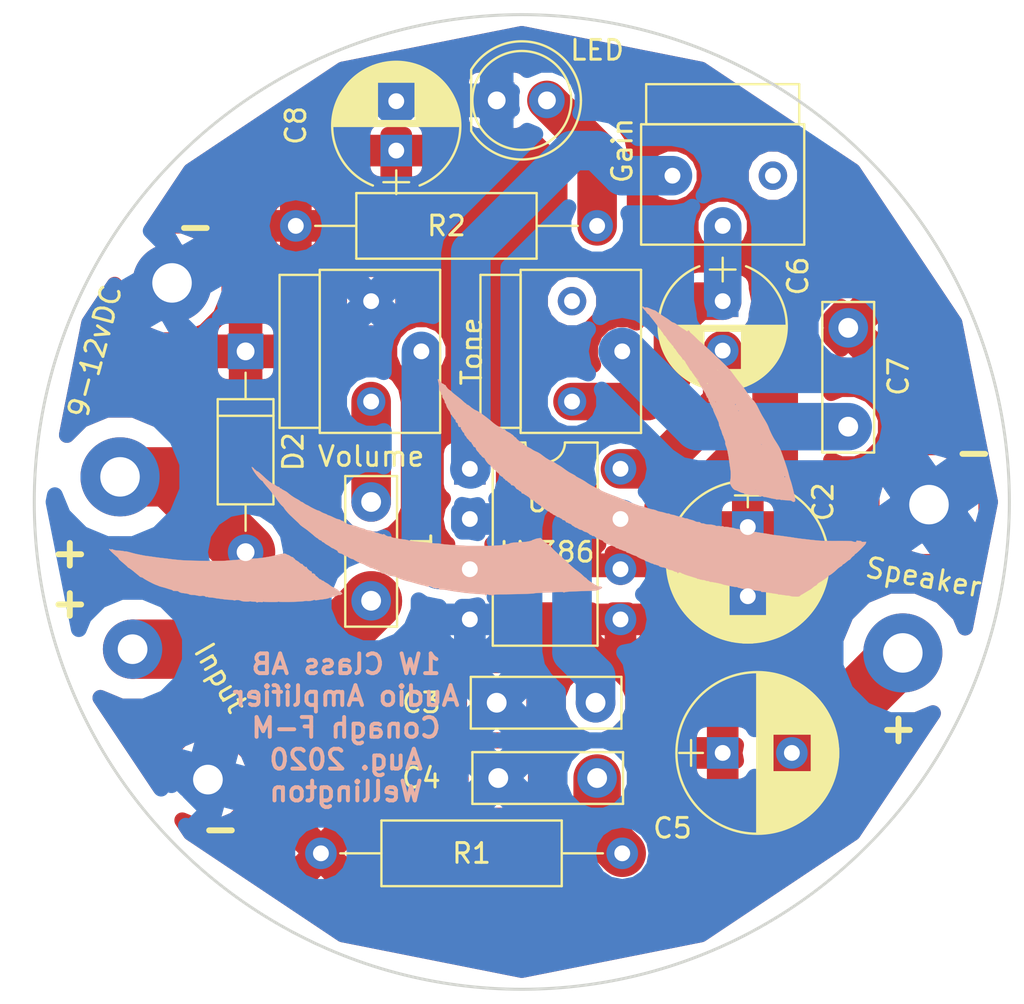
<source format=kicad_pcb>
(kicad_pcb (version 4) (host pcbnew 4.0.7)
  (layers (0 F.Cu signal) (31 B.Cu signal) (34 B.Paste user) (35 F.Paste user) (36 B.SilkS user) (37 F.SilkS user) (38 B.Mask user) (39 F.Mask user) (44 Edge.Cuts user))
  (net 0 "")
  (net 1 "Net-(C1-Pad1)")
  (net 2 "Net-(C1-Pad2)")
  (net 3 GND)
  (net 4 "Net-(C3-Pad2)")
  (net 5 "Net-(C4-Pad1)")
  (net 6 "Net-(C5-Pad1)")
  (net 7 "Net-(C5-Pad2)")
  (net 8 "Net-(D1-Pad2)")
  (net 9 "Net-(C6-Pad2)")
  (net 10 "Net-(C6-Pad1)")
  (net 11 "Net-(C7-Pad1)")
  (net 12 "Net-(Gain1-Pad3)")
  (net 13 "Net-(Gain1-Pad1)")
  (net 14 "Net-(Tone1-Pad3)")
  (net 15 "Net-(U1-Pad3)")
  (net 16 "Net-(BT1-Pad1)")
  (net 17 "Net-(C2-Pad1)")
  (module JamJar:Logo_45mm (layer B.Cu) (at 120.65 73.66 180)
    (fp_text reference G*** hide)
    (fp_text value LOGO hide)
  )
  (module Potentiometers:Potentiometer_Trimmer_Bourns_3339S_Vertical (layer F.Cu) (at 124.46 69.85 180)
    (fp_text reference Tone (at 5.08 2.54 270) (layer F.SilkS))
    (fp_text value 10k)
    (pad 3 thru_hole circle (at 0 5.08 180) (size 1.44 1.44) (drill 0.8) (layers *.Cu *.Mask) (net 14 "Net-(Tone1-Pad3)"))
    (pad 2 thru_hole circle (at -2.54 2.54 180) (size 1.44 1.44) (drill 0.8) (layers *.Cu *.Mask) (net 11 "Net-(C7-Pad1)"))
    (pad 1 thru_hole circle (at 0 0 180) (size 1.44 1.44) (drill 0.8) (layers *.Cu *.Mask) (net 10 "Net-(C6-Pad1)"))
  )
  (module Wire_Connections_Bridges:WireConnection_1.50mmDrill (layer F.Cu) (at 101.6 81.28 300)
    (fp_text reference J1)
    (fp_text value Input (at 4.739705 -3.129409 300) (layer F.SilkS))
    (pad 1 thru_hole circle (at 1.27 0 300) (size 2.99974 2.99974) (drill 1.50114) (layers *.Cu *.Mask) (net 2 "Net-(C1-Pad2)"))
    (pad 2 thru_hole circle (at 8.89 0 300) (size 2.99974 2.99974) (drill 1.50114) (layers *.Cu *.Mask) (net 3 GND))
  )
  (module Wire_Connections_Bridges:WireConnection_2.00mmDrill (layer F.Cu) (at 140.97 83.82 80)
    (fp_text reference LS1 hide)
    (fp_text value Speaker (at 5.223357 0.368573 170) (layer F.SilkS))
    (pad 1 thru_hole circle (at 1.27 0 80) (size 4.0005 4.0005) (drill 1.99898) (layers *.Cu *.Mask) (net 7 "Net-(C5-Pad2)"))
    (pad 2 thru_hole circle (at 8.89 0 80) (size 4.0005 4.0005) (drill 1.99898) (layers *.Cu *.Mask) (net 3 GND))
  )
  (module Capacitors_THT:CP_Radial_D8.0mm_P3.50mm (layer F.Cu) (at 133.35 76.2 270)
    (fp_text reference C2 (at -1.27 -3.81 270) (layer F.SilkS))
    (fp_text value 220u)
    (pad 1 thru_hole rect (at 0 0 270) (size 1.6 1.6) (drill 0.8) (layers *.Cu *.Mask) (net 17 "Net-(C2-Pad1)"))
    (pad 2 thru_hole circle (at 3.5 0 270) (size 1.6 1.6) (drill 0.8) (layers *.Cu *.Mask) (net 3 GND))
  )
  (module Capacitors_THT:CP_Radial_D8.0mm_P3.50mm (layer F.Cu) (at 132.08 87.63)
    (fp_text reference C5 (at -2.54 3.81) (layer F.SilkS))
    (fp_text value 220u)
    (pad 1 thru_hole rect (at 0 0) (size 1.6 1.6) (drill 0.8) (layers *.Cu *.Mask) (net 6 "Net-(C5-Pad1)"))
    (pad 2 thru_hole circle (at 3.5 0) (size 1.6 1.6) (drill 0.8) (layers *.Cu *.Mask) (net 7 "Net-(C5-Pad2)"))
  )
  (module Resistors_THT:R_Axial_DIN0309_L9.0mm_D3.2mm_P15.24mm_Horizontal (layer F.Cu) (at 111.76 92.71)
    (fp_text reference R1 (at 7.62 0) (layer F.SilkS))
    (fp_text value 10)
    (pad 1 thru_hole circle (at 0 0) (size 1.6 1.6) (drill 0.8) (layers *.Cu *.Mask) (net 6 "Net-(C5-Pad1)"))
    (pad 2 thru_hole oval (at 15.24 0) (size 1.6 1.6) (drill 0.8) (layers *.Cu *.Mask) (net 5 "Net-(C4-Pad1)"))
  )
  (module Housings_DIP:DIP-8_W7.62mm (layer F.Cu) (at 119.2911 73.2536)
    (fp_text reference U1 (at 3.8989 1.6764) (layer F.SilkS))
    (fp_text value LM386 (at 3.8989 4.2164) (layer F.SilkS))
    (pad 1 thru_hole rect (at 0 0) (size 1.6 1.6) (drill 0.8) (layers *.Cu *.Mask) (net 13 "Net-(Gain1-Pad1)"))
    (pad 5 thru_hole oval (at 7.62 7.62) (size 1.6 1.6) (drill 0.8) (layers *.Cu *.Mask) (net 6 "Net-(C5-Pad1)"))
    (pad 2 thru_hole oval (at 0 2.54) (size 1.6 1.6) (drill 0.8) (layers *.Cu *.Mask) (net 3 GND))
    (pad 6 thru_hole oval (at 7.62 5.08) (size 1.6 1.6) (drill 0.8) (layers *.Cu *.Mask) (net 17 "Net-(C2-Pad1)"))
    (pad 3 thru_hole oval (at 0 5.08) (size 1.6 1.6) (drill 0.8) (layers *.Cu *.Mask) (net 15 "Net-(U1-Pad3)"))
    (pad 7 thru_hole oval (at 7.62 2.54) (size 1.6 1.6) (drill 0.8) (layers *.Cu *.Mask) (net 4 "Net-(C3-Pad2)"))
    (pad 4 thru_hole oval (at 0 7.62) (size 1.6 1.6) (drill 0.8) (layers *.Cu *.Mask) (net 3 GND))
    (pad 8 thru_hole oval (at 7.62 0) (size 1.6 1.6) (drill 0.8) (layers *.Cu *.Mask) (net 9 "Net-(C6-Pad2)"))
  )
  (module LEDs:LED_D5.0mm (layer F.Cu) (at 120.65 54.61)
    (fp_text reference D1)
    (fp_text value LED (at 5.08 -2.54) (layer F.SilkS))
    (pad 1 thru_hole rect (at 0 0) (size 1.8 1.8) (drill 0.9) (layers *.Cu *.Mask) (net 3 GND))
    (pad 2 thru_hole circle (at 2.54 0) (size 1.8 1.8) (drill 0.9) (layers *.Cu *.Mask) (net 8 "Net-(D1-Pad2)"))
  )
  (module Resistors_THT:R_Axial_DIN0309_L9.0mm_D3.2mm_P15.24mm_Horizontal (layer F.Cu) (at 125.73 60.96 180)
    (fp_text reference R2 (at 7.62 0 180) (layer F.SilkS))
    (fp_text value 470)
    (pad 1 thru_hole circle (at 0 0 180) (size 1.6 1.6) (drill 0.8) (layers *.Cu *.Mask) (net 8 "Net-(D1-Pad2)"))
    (pad 2 thru_hole oval (at 15.24 0 180) (size 1.6 1.6) (drill 0.8) (layers *.Cu *.Mask) (net 17 "Net-(C2-Pad1)"))
  )
  (module Capacitors_THT:CP_Radial_D6.3mm_P2.50mm (layer F.Cu) (at 132.08 64.77 270)
    (fp_text reference C6 (at -1.27 -3.81 270) (layer F.SilkS))
    (fp_text value 10u)
    (pad 1 thru_hole rect (at 0 0 270) (size 1.6 1.6) (drill 0.8) (layers *.Cu *.Mask) (net 10 "Net-(C6-Pad1)"))
    (pad 2 thru_hole circle (at 2.5 0 270) (size 1.6 1.6) (drill 0.8) (layers *.Cu *.Mask) (net 9 "Net-(C6-Pad2)"))
  )
  (module Capacitors_THT:C_Disc_D7.5mm_W2.5mm_P5.00mm (layer F.Cu) (at 114.3 74.93 270)
    (fp_text reference C1 (at 2.5 -2.56 270) (layer F.SilkS))
    (fp_text value 100n)
    (pad 1 thru_hole circle (at 0 0 270) (size 2 2) (drill 1) (layers *.Cu *.Mask) (net 1 "Net-(C1-Pad1)"))
    (pad 2 thru_hole circle (at 5 0 270) (size 2 2) (drill 1) (layers *.Cu *.Mask) (net 2 "Net-(C1-Pad2)"))
  )
  (module Capacitors_THT:C_Disc_D7.5mm_W2.5mm_P5.00mm (layer F.Cu) (at 120.65 85.09)
    (fp_text reference C3 (at -3.81 0) (layer F.SilkS))
    (fp_text value 100n)
    (pad 1 thru_hole circle (at 0 0) (size 2 2) (drill 1) (layers *.Cu *.Mask) (net 3 GND))
    (pad 2 thru_hole circle (at 5 0) (size 2 2) (drill 1) (layers *.Cu *.Mask) (net 4 "Net-(C3-Pad2)"))
  )
  (module Capacitors_THT:C_Disc_D7.5mm_W2.5mm_P5.00mm (layer F.Cu) (at 125.73 88.9 180)
    (fp_text reference C4 (at 8.89 0 180) (layer F.SilkS))
    (fp_text value 47n)
    (pad 1 thru_hole circle (at 0 0 180) (size 2 2) (drill 1) (layers *.Cu *.Mask) (net 5 "Net-(C4-Pad1)"))
    (pad 2 thru_hole circle (at 5 0 180) (size 2 2) (drill 1) (layers *.Cu *.Mask) (net 3 GND))
  )
  (module Capacitors_THT:C_Disc_D7.5mm_W2.5mm_P5.00mm (layer F.Cu) (at 138.43 71.12 90)
    (fp_text reference C7 (at 2.54 2.54 90) (layer F.SilkS))
    (fp_text value 33n)
    (pad 1 thru_hole circle (at 0 0 90) (size 2 2) (drill 1) (layers *.Cu *.Mask) (net 11 "Net-(C7-Pad1)"))
    (pad 2 thru_hole circle (at 5 0 90) (size 2 2) (drill 1) (layers *.Cu *.Mask) (net 6 "Net-(C5-Pad1)"))
  )
  (module Capacitors_THT:CP_Radial_D6.3mm_P2.50mm (layer F.Cu) (at 115.57 57.15 90)
    (fp_text reference C8 (at 1.27 -5.08 90) (layer F.SilkS))
    (fp_text value 10u)
    (pad 1 thru_hole rect (at 0 0 90) (size 1.6 1.6) (drill 0.8) (layers *.Cu *.Mask) (net 17 "Net-(C2-Pad1)"))
    (pad 2 thru_hole circle (at 2.5 0 90) (size 1.6 1.6) (drill 0.8) (layers *.Cu *.Mask) (net 3 GND))
  )
  (module Wire_Connections_Bridges:WireConnection_2.00mmDrill (layer F.Cu) (at 101.6 73.66 75)
    (fp_text reference BT1)
    (fp_text value 9-12vDC (at 5.804929 -2.870227 75) (layer F.SilkS))
    (pad 1 thru_hole circle (at 0 0 75) (size 4.0005 4.0005) (drill 1.99898) (layers *.Cu *.Mask) (net 16 "Net-(BT1-Pad1)"))
    (pad 2 thru_hole circle (at 10.16 0 75) (size 4.0005 4.0005) (drill 1.99898) (layers *.Cu *.Mask) (net 3 GND))
  )
  (module Potentiometers:Potentiometer_Trimmer_Bourns_3339S_Vertical (layer F.Cu) (at 129.54 58.42 90)
    (fp_text reference Gain (at 1.27 -2.54 90) (layer F.SilkS))
    (fp_text value 10k)
    (pad 3 thru_hole circle (at 0 5.08 90) (size 1.44 1.44) (drill 0.8) (layers *.Cu *.Mask) (net 12 "Net-(Gain1-Pad3)"))
    (pad 2 thru_hole circle (at -2.54 2.54 90) (size 1.44 1.44) (drill 0.8) (layers *.Cu *.Mask) (net 10 "Net-(C6-Pad1)"))
    (pad 1 thru_hole circle (at 0 0 90) (size 1.44 1.44) (drill 0.8) (layers *.Cu *.Mask) (net 13 "Net-(Gain1-Pad1)"))
  )
  (module Potentiometers:Potentiometer_Trimmer_Bourns_3339S_Vertical (layer F.Cu) (at 114.3 69.85 180)
    (fp_text reference Volume (at 0 -2.775 180) (layer F.SilkS))
    (fp_text value 10k)
    (pad 3 thru_hole circle (at 0 5.08 180) (size 1.44 1.44) (drill 0.8) (layers *.Cu *.Mask) (net 3 GND))
    (pad 2 thru_hole circle (at -2.54 2.54 180) (size 1.44 1.44) (drill 0.8) (layers *.Cu *.Mask) (net 15 "Net-(U1-Pad3)"))
    (pad 1 thru_hole circle (at 0 0 180) (size 1.44 1.44) (drill 0.8) (layers *.Cu *.Mask) (net 1 "Net-(C1-Pad1)"))
  )
  (module Diodes_THT:D_A-405_P10.16mm_Horizontal (layer F.Cu) (at 107.95 67.31 270)
    (fp_text reference D2 (at 5.08 -2.41 270) (layer F.SilkS))
    (fp_text value 1N4001)
    (pad 1 thru_hole rect (at 0 0 270) (size 1.8 1.8) (drill 0.9) (layers *.Cu *.Mask) (net 17 "Net-(C2-Pad1)"))
    (pad 2 thru_hole oval (at 10.16 0 270) (size 1.8 1.8) (drill 0.9) (layers *.Cu *.Mask) (net 16 "Net-(BT1-Pad1)"))
  )
  (gr_text - (at 144.78 72.39) (layer F.SilkS) (effects (font (size 1.5 1.5) (thickness 0.3))))
  (gr_text "+\n" (at 140.97 86.36) (layer F.SilkS) (effects (font (size 1.5 1.5) (thickness 0.3)) (justify mirror)))
  (gr_text - (at 105.41 60.96) (layer F.SilkS) (effects (font (size 1.5 1.5) (thickness 0.3)) (justify mirror)))
  (gr_text - (at 106.68 91.44) (layer F.SilkS) (effects (font (size 1.5 1.5) (thickness 0.3)) (justify mirror)))
  (gr_text + (at 99.06 77.47) (layer F.SilkS) (effects (font (size 1.5 1.5) (thickness 0.3)) (justify mirror)))
  (gr_text "+\n" (at 99.06 80.01) (layer F.SilkS) (effects (font (size 1.5 1.5) (thickness 0.3)) (justify mirror)))
  (gr_circle (center 121.92 74.93) (end 135.89 95.25) (layer Edge.Cuts) (width 0.15))
  (gr_text "1W Class AB\nAudio Amplifier\nConagh F-M\nAug. 2020\nWellington" (at 113.03 86.36) (layer B.SilkS) (effects (font (size 1 1) (thickness 0.2)) (justify mirror)))
  (segment (start 114.3 74.93) (end 114.3 69.85) (width 2) (layer F.Cu) (net 1))
  (segment (start 102.235 82.379852) (end 111.930148 82.379852) (width 3) (layer F.Cu) (net 2))
  (segment (start 111.930148 82.379852) (end 114.365125 79.944875) (width 3) (layer F.Cu) (net 2))
  (segment (start 114.365125 79.944875) (end 114.3 79.93) (width 3) (layer F.Cu) (net 2))
  (segment (start 125.65 85.09) (end 125.65 83.74) (width 2) (layer B.Cu) (net 4))
  (segment (start 124.8664 75.7936) (end 126.9111 75.7936) (width 2) (layer B.Cu) (net 4))
  (segment (start 124.46 76.2) (end 124.8664 75.7936) (width 2) (layer B.Cu) (net 4))
  (segment (start 124.46 82.55) (end 124.46 76.2) (width 2) (layer B.Cu) (net 4))
  (segment (start 125.65 83.74) (end 124.46 82.55) (width 2) (layer B.Cu) (net 4))
  (segment (start 125.73 88.9) (end 125.73 91.44) (width 2.4) (layer F.Cu) (net 5))
  (segment (start 125.73 91.44) (end 127 92.71) (width 2.4) (layer F.Cu) (net 5))
  (segment (start 135.58 87.63) (end 136.129827 87.63) (width 3) (layer F.Cu) (net 7))
  (segment (start 136.129827 87.63) (end 141.190533 82.569294) (width 3) (layer F.Cu) (net 7))
  (segment (start 125.73 60.96) (end 125.73 57.15) (width 2) (layer F.Cu) (net 8))
  (segment (start 125.73 57.15) (end 123.19 54.61) (width 2) (layer F.Cu) (net 8))
  (segment (start 126.9111 73.2536) (end 128.6764 73.2536) (width 2) (layer F.Cu) (net 9))
  (segment (start 132.08 69.85) (end 132.08 67.27) (width 2) (layer F.Cu) (net 9))
  (segment (start 128.6764 73.2536) (end 132.08 69.85) (width 2) (layer F.Cu) (net 9))
  (segment (start 132.08 64.77) (end 132.08 60.96) (width 1.9) (layer B.Cu) (net 10))
  (segment (start 132.08 64.77) (end 130.81 64.77) (width 1.9) (layer F.Cu) (net 10))
  (segment (start 128.27 69.85) (end 124.46 69.85) (width 1.9) (layer F.Cu) (net 10))
  (segment (start 129.54 68.58) (end 128.27 69.85) (width 1.9) (layer F.Cu) (net 10))
  (segment (start 129.54 66.04) (end 129.54 68.58) (width 1.9) (layer F.Cu) (net 10))
  (segment (start 130.81 64.77) (end 129.54 66.04) (width 1.9) (layer F.Cu) (net 10))
  (segment (start 127 67.31) (end 130.81 71.12) (width 2.4) (layer B.Cu) (net 11))
  (segment (start 130.81 71.12) (end 138.43 71.12) (width 2.4) (layer B.Cu) (net 11))
  (segment (start 129.54 58.42) (end 127 58.42) (width 2) (layer B.Cu) (net 13))
  (segment (start 119.340002 62.269998) (end 119.340002 73.2536) (width 2) (layer B.Cu) (net 13))
  (segment (start 124.46 57.15) (end 119.340002 62.269998) (width 2) (layer B.Cu) (net 13))
  (segment (start 125.73 57.15) (end 124.46 57.15) (width 2) (layer B.Cu) (net 13))
  (segment (start 127 58.42) (end 125.73 57.15) (width 2) (layer B.Cu) (net 13))
  (segment (start 119.340002 73.2536) (end 119.2911 73.2536) (width 2) (layer B.Cu) (net 13))
  (segment (start 119.2911 78.3336) (end 117.7036 78.3336) (width 2) (layer B.Cu) (net 15))
  (segment (start 116.84 77.47) (end 116.84 67.31) (width 2) (layer B.Cu) (net 15))
  (segment (start 117.7036 78.3336) (end 116.84 77.47) (width 2) (layer B.Cu) (net 15))
  (segment (start 101.6 73.66) (end 104.14 73.66) (width 3) (layer F.Cu) (net 16))
  (segment (start 104.14 73.66) (end 107.95 77.47) (width 3) (layer F.Cu) (net 16))
  (zone (net 3) (net_name GND) (layer B.Cu) (connect_pads (clearance 0.5)) (min_thickness 0.8) (fill yes (arc_segments 16) (thermal_gap 0.5) (thermal_bridge_width 3))
    (polygon (pts (xy 147.32 100.33) (xy 96.52 100.33) (xy 96.52 49.53) (xy 147.32 49.53)))
  )
  (zone (net 6) (net_name "Net-(C5-Pad1)") (layer F.Cu) (connect_pads (clearance 0.5)) (min_thickness 0.8) (fill yes (arc_segments 16) (thermal_gap 0.5) (thermal_bridge_width 3))
    (polygon (pts (xy 147.32 100.33) (xy 96.52 100.33) (xy 96.52 80.01) (xy 137.16 80.01) (xy 137.16 54.61) (xy 147.32 54.61)))
  )
  (zone (net 17) (net_name "Net-(C2-Pad1)") (layer F.Cu) (connect_pads (clearance 0.5)) (min_thickness 0.8) (fill yes (arc_segments 16) (thermal_gap 0.5) (thermal_bridge_width 3))
    (polygon (pts (xy 135.89 78.74) (xy 96.52 78.74) (xy 96.52 49.53) (xy 135.89 49.53)))
  )
)
</source>
